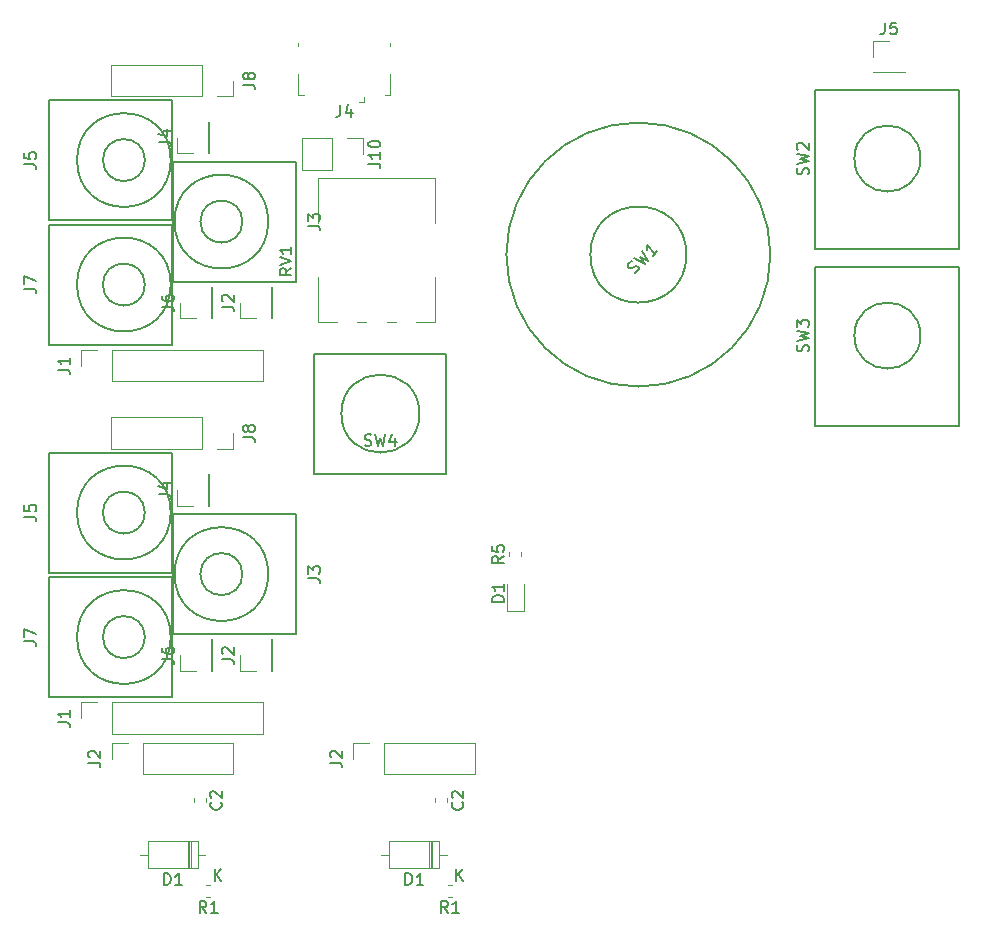
<source format=gto>
G04 #@! TF.GenerationSoftware,KiCad,Pcbnew,(5.0.2)-1*
G04 #@! TF.CreationDate,2019-02-15T13:53:22+00:00*
G04 #@! TF.ProjectId,panel,70616e65-6c2e-46b6-9963-61645f706362,rev?*
G04 #@! TF.SameCoordinates,Original*
G04 #@! TF.FileFunction,Legend,Top*
G04 #@! TF.FilePolarity,Positive*
%FSLAX46Y46*%
G04 Gerber Fmt 4.6, Leading zero omitted, Abs format (unit mm)*
G04 Created by KiCad (PCBNEW (5.0.2)-1) date 15/02/2019 13:53:22*
%MOMM*%
%LPD*%
G01*
G04 APERTURE LIST*
%ADD10C,0.120000*%
%ADD11C,0.150000*%
G04 APERTURE END LIST*
D10*
G04 #@! TO.C,D1*
X117311500Y-97091500D02*
X117311500Y-99376500D01*
X117311500Y-99376500D02*
X118781500Y-99376500D01*
X118781500Y-99376500D02*
X118781500Y-97091500D01*
G04 #@! TO.C,J5*
X148339500Y-53781000D02*
X150999500Y-53781000D01*
X148339500Y-53721000D02*
X148339500Y-53781000D01*
X150999500Y-53721000D02*
X150999500Y-53781000D01*
X148339500Y-53721000D02*
X150999500Y-53721000D01*
X148339500Y-52451000D02*
X148339500Y-51121000D01*
X148339500Y-51121000D02*
X149669500Y-51121000D01*
G04 #@! TO.C,J10*
X99952500Y-59376000D02*
X99952500Y-62036000D01*
X102552500Y-59376000D02*
X99952500Y-59376000D01*
X102552500Y-62036000D02*
X99952500Y-62036000D01*
X102552500Y-59376000D02*
X102552500Y-62036000D01*
X103822500Y-59376000D02*
X105152500Y-59376000D01*
X105152500Y-59376000D02*
X105152500Y-60706000D01*
G04 #@! TO.C,R5*
X118556500Y-94752279D02*
X118556500Y-94426721D01*
X117536500Y-94752279D02*
X117536500Y-94426721D01*
D11*
G04 #@! TO.C,SW1*
X132524500Y-69215000D02*
G75*
G03X132524500Y-69215000I-4064000J0D01*
G01*
X139636499Y-69215000D02*
G75*
G03X139636499Y-69215000I-11175999J0D01*
G01*
G04 #@! TO.C,SW2*
X152336500Y-61087000D02*
G75*
G03X152336500Y-61087000I-2794000J0D01*
G01*
X155638500Y-68707000D02*
X143446500Y-68707000D01*
X155638500Y-55245000D02*
X155638500Y-68707000D01*
X143446500Y-55245000D02*
X155638500Y-55245000D01*
X143446500Y-68707000D02*
X143446500Y-55245000D01*
G04 #@! TO.C,SW3*
X143446500Y-83693000D02*
X143446500Y-70231000D01*
X143446500Y-70231000D02*
X155638500Y-70231000D01*
X155638500Y-70231000D02*
X155638500Y-83693000D01*
X155638500Y-83693000D02*
X143446500Y-83693000D01*
X152336500Y-76073000D02*
G75*
G03X152336500Y-76073000I-2794000J0D01*
G01*
G04 #@! TO.C,SW4*
X112204500Y-87757000D02*
X112204500Y-77597000D01*
X112204500Y-77597000D02*
X101028500Y-77597000D01*
X101028500Y-77597000D02*
X101028500Y-87757000D01*
X101028500Y-87757000D02*
X112204500Y-87757000D01*
X109918500Y-82677000D02*
G75*
G03X109918500Y-82677000I-3302000J0D01*
G01*
D10*
G04 #@! TO.C,J4*
X107468500Y-55737500D02*
X107018500Y-55737500D01*
X107468500Y-53887500D02*
X107468500Y-55737500D01*
X99668500Y-51337500D02*
X99668500Y-51587500D01*
X107468500Y-51337500D02*
X107468500Y-51587500D01*
X99668500Y-53887500D02*
X99668500Y-55737500D01*
X99668500Y-55737500D02*
X100118500Y-55737500D01*
X105268500Y-56287500D02*
X104818500Y-56287500D01*
X105268500Y-56287500D02*
X105268500Y-55837500D01*
G04 #@! TO.C,RV1*
X101305500Y-74939000D02*
X101305500Y-71074000D01*
X101305500Y-66564000D02*
X101305500Y-62699000D01*
X111245500Y-74939000D02*
X111245500Y-71074000D01*
X111245500Y-66564000D02*
X111245500Y-62699000D01*
X101305500Y-74939000D02*
X102904500Y-74939000D01*
X104646500Y-74939000D02*
X105405500Y-74939000D01*
X107146500Y-74939000D02*
X107905500Y-74939000D01*
X109645500Y-74939000D02*
X111245500Y-74939000D01*
X101305500Y-62699000D02*
X111245500Y-62699000D01*
G04 #@! TO.C,D1*
X91147000Y-121135000D02*
X91147000Y-118895000D01*
X91147000Y-118895000D02*
X86907000Y-118895000D01*
X86907000Y-118895000D02*
X86907000Y-121135000D01*
X86907000Y-121135000D02*
X91147000Y-121135000D01*
X91797000Y-120015000D02*
X91147000Y-120015000D01*
X86257000Y-120015000D02*
X86907000Y-120015000D01*
X90427000Y-121135000D02*
X90427000Y-118895000D01*
X90307000Y-121135000D02*
X90307000Y-118895000D01*
X90547000Y-121135000D02*
X90547000Y-118895000D01*
G04 #@! TO.C,C2*
X91823000Y-115254721D02*
X91823000Y-115580279D01*
X90803000Y-115254721D02*
X90803000Y-115580279D01*
G04 #@! TO.C,R1*
X92212279Y-123573000D02*
X91886721Y-123573000D01*
X92212279Y-122553000D02*
X91886721Y-122553000D01*
G04 #@! TO.C,J2*
X86487000Y-113217000D02*
X86487000Y-110557000D01*
X86487000Y-113217000D02*
X94167000Y-113217000D01*
X94167000Y-113217000D02*
X94167000Y-110557000D01*
X86487000Y-110557000D02*
X94167000Y-110557000D01*
X83887000Y-110557000D02*
X85217000Y-110557000D01*
X83887000Y-111887000D02*
X83887000Y-110557000D01*
G04 #@! TO.C,J1*
X83883500Y-79943000D02*
X83883500Y-77283000D01*
X83883500Y-79943000D02*
X96643500Y-79943000D01*
X96643500Y-79943000D02*
X96643500Y-77283000D01*
X83883500Y-77283000D02*
X96643500Y-77283000D01*
X81283500Y-77283000D02*
X82613500Y-77283000D01*
X81283500Y-78613000D02*
X81283500Y-77283000D01*
G04 #@! TO.C,J2*
X97405500Y-74609000D02*
X97405500Y-71949000D01*
X97345500Y-74609000D02*
X97405500Y-74609000D01*
X97345500Y-71949000D02*
X97405500Y-71949000D01*
X97345500Y-74609000D02*
X97345500Y-71949000D01*
X96075500Y-74609000D02*
X94745500Y-74609000D01*
X94745500Y-74609000D02*
X94745500Y-73279000D01*
G04 #@! TO.C,J4*
X92071500Y-60639000D02*
X92071500Y-57979000D01*
X92011500Y-60639000D02*
X92071500Y-60639000D01*
X92011500Y-57979000D02*
X92071500Y-57979000D01*
X92011500Y-60639000D02*
X92011500Y-57979000D01*
X90741500Y-60639000D02*
X89411500Y-60639000D01*
X89411500Y-60639000D02*
X89411500Y-59309000D01*
G04 #@! TO.C,J6*
X89665500Y-74609000D02*
X89665500Y-73279000D01*
X90995500Y-74609000D02*
X89665500Y-74609000D01*
X92265500Y-74609000D02*
X92265500Y-71949000D01*
X92265500Y-71949000D02*
X92325500Y-71949000D01*
X92265500Y-74609000D02*
X92325500Y-74609000D01*
X92325500Y-74609000D02*
X92325500Y-71949000D01*
G04 #@! TO.C,J8*
X91503500Y-53153000D02*
X91503500Y-55813000D01*
X91503500Y-53153000D02*
X83823500Y-53153000D01*
X83823500Y-53153000D02*
X83823500Y-55813000D01*
X91503500Y-55813000D02*
X83823500Y-55813000D01*
X94103500Y-55813000D02*
X92773500Y-55813000D01*
X94103500Y-54483000D02*
X94103500Y-55813000D01*
D11*
G04 #@! TO.C,J7*
X86677500Y-71755000D02*
G75*
G03X86677500Y-71755000I-1778000J0D01*
G01*
X88867107Y-71755000D02*
G75*
G03X88867107Y-71755000I-3967607J0D01*
G01*
X88963500Y-76835000D02*
X78549500Y-76835000D01*
X88963500Y-66675000D02*
X88963500Y-76835000D01*
X78549500Y-66675000D02*
X88963500Y-66675000D01*
X78549500Y-76835000D02*
X78549500Y-66675000D01*
G04 #@! TO.C,J5*
X78549500Y-66294000D02*
X78549500Y-56134000D01*
X78549500Y-56134000D02*
X88963500Y-56134000D01*
X88963500Y-56134000D02*
X88963500Y-66294000D01*
X88963500Y-66294000D02*
X78549500Y-66294000D01*
X88867107Y-61214000D02*
G75*
G03X88867107Y-61214000I-3967607J0D01*
G01*
X86677500Y-61214000D02*
G75*
G03X86677500Y-61214000I-1778000J0D01*
G01*
G04 #@! TO.C,J3*
X99504500Y-61341000D02*
X99504500Y-71501000D01*
X99504500Y-71501000D02*
X89090500Y-71501000D01*
X89090500Y-71501000D02*
X89090500Y-61341000D01*
X89090500Y-61341000D02*
X99504500Y-61341000D01*
X97122107Y-66421000D02*
G75*
G03X97122107Y-66421000I-3967607J0D01*
G01*
X94932500Y-66421000D02*
G75*
G03X94932500Y-66421000I-1778000J0D01*
G01*
D10*
G04 #@! TO.C,J1*
X83883500Y-109788000D02*
X83883500Y-107128000D01*
X83883500Y-109788000D02*
X96643500Y-109788000D01*
X96643500Y-109788000D02*
X96643500Y-107128000D01*
X83883500Y-107128000D02*
X96643500Y-107128000D01*
X81283500Y-107128000D02*
X82613500Y-107128000D01*
X81283500Y-108458000D02*
X81283500Y-107128000D01*
G04 #@! TO.C,J2*
X97405500Y-104454000D02*
X97405500Y-101794000D01*
X97345500Y-104454000D02*
X97405500Y-104454000D01*
X97345500Y-101794000D02*
X97405500Y-101794000D01*
X97345500Y-104454000D02*
X97345500Y-101794000D01*
X96075500Y-104454000D02*
X94745500Y-104454000D01*
X94745500Y-104454000D02*
X94745500Y-103124000D01*
G04 #@! TO.C,J4*
X92071500Y-90484000D02*
X92071500Y-87824000D01*
X92011500Y-90484000D02*
X92071500Y-90484000D01*
X92011500Y-87824000D02*
X92071500Y-87824000D01*
X92011500Y-90484000D02*
X92011500Y-87824000D01*
X90741500Y-90484000D02*
X89411500Y-90484000D01*
X89411500Y-90484000D02*
X89411500Y-89154000D01*
G04 #@! TO.C,J6*
X89665500Y-104454000D02*
X89665500Y-103124000D01*
X90995500Y-104454000D02*
X89665500Y-104454000D01*
X92265500Y-104454000D02*
X92265500Y-101794000D01*
X92265500Y-101794000D02*
X92325500Y-101794000D01*
X92265500Y-104454000D02*
X92325500Y-104454000D01*
X92325500Y-104454000D02*
X92325500Y-101794000D01*
G04 #@! TO.C,J8*
X91503500Y-82998000D02*
X91503500Y-85658000D01*
X91503500Y-82998000D02*
X83823500Y-82998000D01*
X83823500Y-82998000D02*
X83823500Y-85658000D01*
X91503500Y-85658000D02*
X83823500Y-85658000D01*
X94103500Y-85658000D02*
X92773500Y-85658000D01*
X94103500Y-84328000D02*
X94103500Y-85658000D01*
D11*
G04 #@! TO.C,J7*
X86677500Y-101600000D02*
G75*
G03X86677500Y-101600000I-1778000J0D01*
G01*
X88867107Y-101600000D02*
G75*
G03X88867107Y-101600000I-3967607J0D01*
G01*
X88963500Y-106680000D02*
X78549500Y-106680000D01*
X88963500Y-96520000D02*
X88963500Y-106680000D01*
X78549500Y-96520000D02*
X88963500Y-96520000D01*
X78549500Y-106680000D02*
X78549500Y-96520000D01*
G04 #@! TO.C,J5*
X78549500Y-96139000D02*
X78549500Y-85979000D01*
X78549500Y-85979000D02*
X88963500Y-85979000D01*
X88963500Y-85979000D02*
X88963500Y-96139000D01*
X88963500Y-96139000D02*
X78549500Y-96139000D01*
X88867107Y-91059000D02*
G75*
G03X88867107Y-91059000I-3967607J0D01*
G01*
X86677500Y-91059000D02*
G75*
G03X86677500Y-91059000I-1778000J0D01*
G01*
G04 #@! TO.C,J3*
X99504500Y-91186000D02*
X99504500Y-101346000D01*
X99504500Y-101346000D02*
X89090500Y-101346000D01*
X89090500Y-101346000D02*
X89090500Y-91186000D01*
X89090500Y-91186000D02*
X99504500Y-91186000D01*
X97122107Y-96266000D02*
G75*
G03X97122107Y-96266000I-3967607J0D01*
G01*
X94932500Y-96266000D02*
G75*
G03X94932500Y-96266000I-1778000J0D01*
G01*
D10*
G04 #@! TO.C,D1*
X111594000Y-121135000D02*
X111594000Y-118895000D01*
X111594000Y-118895000D02*
X107354000Y-118895000D01*
X107354000Y-118895000D02*
X107354000Y-121135000D01*
X107354000Y-121135000D02*
X111594000Y-121135000D01*
X112244000Y-120015000D02*
X111594000Y-120015000D01*
X106704000Y-120015000D02*
X107354000Y-120015000D01*
X110874000Y-121135000D02*
X110874000Y-118895000D01*
X110754000Y-121135000D02*
X110754000Y-118895000D01*
X110994000Y-121135000D02*
X110994000Y-118895000D01*
G04 #@! TO.C,C2*
X112270000Y-115254721D02*
X112270000Y-115580279D01*
X111250000Y-115254721D02*
X111250000Y-115580279D01*
G04 #@! TO.C,R1*
X112659279Y-123573000D02*
X112333721Y-123573000D01*
X112659279Y-122553000D02*
X112333721Y-122553000D01*
G04 #@! TO.C,J2*
X106934000Y-113217000D02*
X106934000Y-110557000D01*
X106934000Y-113217000D02*
X114614000Y-113217000D01*
X114614000Y-113217000D02*
X114614000Y-110557000D01*
X106934000Y-110557000D02*
X114614000Y-110557000D01*
X104334000Y-110557000D02*
X105664000Y-110557000D01*
X104334000Y-111887000D02*
X104334000Y-110557000D01*
G04 #@! TO.C,D1*
D11*
X117068880Y-98629595D02*
X116068880Y-98629595D01*
X116068880Y-98391500D01*
X116116500Y-98248642D01*
X116211738Y-98153404D01*
X116306976Y-98105785D01*
X116497452Y-98058166D01*
X116640309Y-98058166D01*
X116830785Y-98105785D01*
X116926023Y-98153404D01*
X117021261Y-98248642D01*
X117068880Y-98391500D01*
X117068880Y-98629595D01*
X117068880Y-97105785D02*
X117068880Y-97677214D01*
X117068880Y-97391500D02*
X116068880Y-97391500D01*
X116211738Y-97486738D01*
X116306976Y-97581976D01*
X116354595Y-97677214D01*
G04 #@! TO.C,J5*
X149336166Y-49573380D02*
X149336166Y-50287666D01*
X149288547Y-50430523D01*
X149193309Y-50525761D01*
X149050452Y-50573380D01*
X148955214Y-50573380D01*
X150288547Y-49573380D02*
X149812357Y-49573380D01*
X149764738Y-50049571D01*
X149812357Y-50001952D01*
X149907595Y-49954333D01*
X150145690Y-49954333D01*
X150240928Y-50001952D01*
X150288547Y-50049571D01*
X150336166Y-50144809D01*
X150336166Y-50382904D01*
X150288547Y-50478142D01*
X150240928Y-50525761D01*
X150145690Y-50573380D01*
X149907595Y-50573380D01*
X149812357Y-50525761D01*
X149764738Y-50478142D01*
G04 #@! TO.C,J10*
X105604880Y-61515523D02*
X106319166Y-61515523D01*
X106462023Y-61563142D01*
X106557261Y-61658380D01*
X106604880Y-61801238D01*
X106604880Y-61896476D01*
X106604880Y-60515523D02*
X106604880Y-61086952D01*
X106604880Y-60801238D02*
X105604880Y-60801238D01*
X105747738Y-60896476D01*
X105842976Y-60991714D01*
X105890595Y-61086952D01*
X105604880Y-59896476D02*
X105604880Y-59801238D01*
X105652500Y-59706000D01*
X105700119Y-59658380D01*
X105795357Y-59610761D01*
X105985833Y-59563142D01*
X106223928Y-59563142D01*
X106414404Y-59610761D01*
X106509642Y-59658380D01*
X106557261Y-59706000D01*
X106604880Y-59801238D01*
X106604880Y-59896476D01*
X106557261Y-59991714D01*
X106509642Y-60039333D01*
X106414404Y-60086952D01*
X106223928Y-60134571D01*
X105985833Y-60134571D01*
X105795357Y-60086952D01*
X105700119Y-60039333D01*
X105652500Y-59991714D01*
X105604880Y-59896476D01*
G04 #@! TO.C,R5*
X117068880Y-94756166D02*
X116592690Y-95089500D01*
X117068880Y-95327595D02*
X116068880Y-95327595D01*
X116068880Y-94946642D01*
X116116500Y-94851404D01*
X116164119Y-94803785D01*
X116259357Y-94756166D01*
X116402214Y-94756166D01*
X116497452Y-94803785D01*
X116545071Y-94851404D01*
X116592690Y-94946642D01*
X116592690Y-95327595D01*
X116068880Y-93851404D02*
X116068880Y-94327595D01*
X116545071Y-94375214D01*
X116497452Y-94327595D01*
X116449833Y-94232357D01*
X116449833Y-93994261D01*
X116497452Y-93899023D01*
X116545071Y-93851404D01*
X116640309Y-93803785D01*
X116878404Y-93803785D01*
X116973642Y-93851404D01*
X117021261Y-93899023D01*
X117068880Y-93994261D01*
X117068880Y-94232357D01*
X117021261Y-94327595D01*
X116973642Y-94375214D01*
G04 #@! TO.C,SW1*
X128157453Y-70797571D02*
X128292140Y-70730228D01*
X128460499Y-70561869D01*
X128494171Y-70460854D01*
X128494171Y-70393510D01*
X128460499Y-70292495D01*
X128393156Y-70225152D01*
X128292140Y-70191480D01*
X128224797Y-70191480D01*
X128123782Y-70225152D01*
X127955423Y-70326167D01*
X127854408Y-70359839D01*
X127787064Y-70359839D01*
X127686049Y-70326167D01*
X127618705Y-70258823D01*
X127585034Y-70157808D01*
X127585034Y-70090465D01*
X127618705Y-69989449D01*
X127787064Y-69821091D01*
X127921751Y-69753747D01*
X128123782Y-69484373D02*
X128999247Y-70023121D01*
X128628858Y-69383358D01*
X129268621Y-69753747D01*
X128729873Y-68878282D01*
X130076743Y-68945625D02*
X129672682Y-69349686D01*
X129874713Y-69147656D02*
X129167606Y-68440549D01*
X129201278Y-68608908D01*
X129201278Y-68743595D01*
X129167606Y-68844610D01*
G04 #@! TO.C,SW2*
X142827261Y-62420333D02*
X142874880Y-62277476D01*
X142874880Y-62039380D01*
X142827261Y-61944142D01*
X142779642Y-61896523D01*
X142684404Y-61848904D01*
X142589166Y-61848904D01*
X142493928Y-61896523D01*
X142446309Y-61944142D01*
X142398690Y-62039380D01*
X142351071Y-62229857D01*
X142303452Y-62325095D01*
X142255833Y-62372714D01*
X142160595Y-62420333D01*
X142065357Y-62420333D01*
X141970119Y-62372714D01*
X141922500Y-62325095D01*
X141874880Y-62229857D01*
X141874880Y-61991761D01*
X141922500Y-61848904D01*
X141874880Y-61515571D02*
X142874880Y-61277476D01*
X142160595Y-61087000D01*
X142874880Y-60896523D01*
X141874880Y-60658428D01*
X141970119Y-60325095D02*
X141922500Y-60277476D01*
X141874880Y-60182238D01*
X141874880Y-59944142D01*
X141922500Y-59848904D01*
X141970119Y-59801285D01*
X142065357Y-59753666D01*
X142160595Y-59753666D01*
X142303452Y-59801285D01*
X142874880Y-60372714D01*
X142874880Y-59753666D01*
G04 #@! TO.C,SW3*
X142827261Y-77406333D02*
X142874880Y-77263476D01*
X142874880Y-77025380D01*
X142827261Y-76930142D01*
X142779642Y-76882523D01*
X142684404Y-76834904D01*
X142589166Y-76834904D01*
X142493928Y-76882523D01*
X142446309Y-76930142D01*
X142398690Y-77025380D01*
X142351071Y-77215857D01*
X142303452Y-77311095D01*
X142255833Y-77358714D01*
X142160595Y-77406333D01*
X142065357Y-77406333D01*
X141970119Y-77358714D01*
X141922500Y-77311095D01*
X141874880Y-77215857D01*
X141874880Y-76977761D01*
X141922500Y-76834904D01*
X141874880Y-76501571D02*
X142874880Y-76263476D01*
X142160595Y-76073000D01*
X142874880Y-75882523D01*
X141874880Y-75644428D01*
X141874880Y-75358714D02*
X141874880Y-74739666D01*
X142255833Y-75073000D01*
X142255833Y-74930142D01*
X142303452Y-74834904D01*
X142351071Y-74787285D01*
X142446309Y-74739666D01*
X142684404Y-74739666D01*
X142779642Y-74787285D01*
X142827261Y-74834904D01*
X142874880Y-74930142D01*
X142874880Y-75215857D01*
X142827261Y-75311095D01*
X142779642Y-75358714D01*
G04 #@! TO.C,SW4*
X105283166Y-85375761D02*
X105426023Y-85423380D01*
X105664119Y-85423380D01*
X105759357Y-85375761D01*
X105806976Y-85328142D01*
X105854595Y-85232904D01*
X105854595Y-85137666D01*
X105806976Y-85042428D01*
X105759357Y-84994809D01*
X105664119Y-84947190D01*
X105473642Y-84899571D01*
X105378404Y-84851952D01*
X105330785Y-84804333D01*
X105283166Y-84709095D01*
X105283166Y-84613857D01*
X105330785Y-84518619D01*
X105378404Y-84471000D01*
X105473642Y-84423380D01*
X105711738Y-84423380D01*
X105854595Y-84471000D01*
X106187928Y-84423380D02*
X106426023Y-85423380D01*
X106616500Y-84709095D01*
X106806976Y-85423380D01*
X107045071Y-84423380D01*
X107854595Y-84756714D02*
X107854595Y-85423380D01*
X107616500Y-84375761D02*
X107378404Y-85090047D01*
X107997452Y-85090047D01*
G04 #@! TO.C,J4*
X103235166Y-56539880D02*
X103235166Y-57254166D01*
X103187547Y-57397023D01*
X103092309Y-57492261D01*
X102949452Y-57539880D01*
X102854214Y-57539880D01*
X104139928Y-56873214D02*
X104139928Y-57539880D01*
X103901833Y-56492261D02*
X103663738Y-57206547D01*
X104282785Y-57206547D01*
G04 #@! TO.C,RV1*
X99077880Y-70364238D02*
X98601690Y-70697571D01*
X99077880Y-70935666D02*
X98077880Y-70935666D01*
X98077880Y-70554714D01*
X98125500Y-70459476D01*
X98173119Y-70411857D01*
X98268357Y-70364238D01*
X98411214Y-70364238D01*
X98506452Y-70411857D01*
X98554071Y-70459476D01*
X98601690Y-70554714D01*
X98601690Y-70935666D01*
X98077880Y-70078523D02*
X99077880Y-69745190D01*
X98077880Y-69411857D01*
X99077880Y-68554714D02*
X99077880Y-69126142D01*
X99077880Y-68840428D02*
X98077880Y-68840428D01*
X98220738Y-68935666D01*
X98315976Y-69030904D01*
X98363595Y-69126142D01*
G04 #@! TO.C,D1*
X88288904Y-122587380D02*
X88288904Y-121587380D01*
X88527000Y-121587380D01*
X88669857Y-121635000D01*
X88765095Y-121730238D01*
X88812714Y-121825476D01*
X88860333Y-122015952D01*
X88860333Y-122158809D01*
X88812714Y-122349285D01*
X88765095Y-122444523D01*
X88669857Y-122539761D01*
X88527000Y-122587380D01*
X88288904Y-122587380D01*
X89812714Y-122587380D02*
X89241285Y-122587380D01*
X89527000Y-122587380D02*
X89527000Y-121587380D01*
X89431761Y-121730238D01*
X89336523Y-121825476D01*
X89241285Y-121873095D01*
X92575095Y-122267380D02*
X92575095Y-121267380D01*
X93146523Y-122267380D02*
X92717952Y-121695952D01*
X93146523Y-121267380D02*
X92575095Y-121838809D01*
G04 #@! TO.C,C2*
X93100142Y-115584166D02*
X93147761Y-115631785D01*
X93195380Y-115774642D01*
X93195380Y-115869880D01*
X93147761Y-116012738D01*
X93052523Y-116107976D01*
X92957285Y-116155595D01*
X92766809Y-116203214D01*
X92623952Y-116203214D01*
X92433476Y-116155595D01*
X92338238Y-116107976D01*
X92243000Y-116012738D01*
X92195380Y-115869880D01*
X92195380Y-115774642D01*
X92243000Y-115631785D01*
X92290619Y-115584166D01*
X92290619Y-115203214D02*
X92243000Y-115155595D01*
X92195380Y-115060357D01*
X92195380Y-114822261D01*
X92243000Y-114727023D01*
X92290619Y-114679404D01*
X92385857Y-114631785D01*
X92481095Y-114631785D01*
X92623952Y-114679404D01*
X93195380Y-115250833D01*
X93195380Y-114631785D01*
G04 #@! TO.C,R1*
X91882833Y-124945380D02*
X91549500Y-124469190D01*
X91311404Y-124945380D02*
X91311404Y-123945380D01*
X91692357Y-123945380D01*
X91787595Y-123993000D01*
X91835214Y-124040619D01*
X91882833Y-124135857D01*
X91882833Y-124278714D01*
X91835214Y-124373952D01*
X91787595Y-124421571D01*
X91692357Y-124469190D01*
X91311404Y-124469190D01*
X92835214Y-124945380D02*
X92263785Y-124945380D01*
X92549500Y-124945380D02*
X92549500Y-123945380D01*
X92454261Y-124088238D01*
X92359023Y-124183476D01*
X92263785Y-124231095D01*
G04 #@! TO.C,J2*
X81899380Y-112220333D02*
X82613666Y-112220333D01*
X82756523Y-112267952D01*
X82851761Y-112363190D01*
X82899380Y-112506047D01*
X82899380Y-112601285D01*
X81994619Y-111791761D02*
X81947000Y-111744142D01*
X81899380Y-111648904D01*
X81899380Y-111410809D01*
X81947000Y-111315571D01*
X81994619Y-111267952D01*
X82089857Y-111220333D01*
X82185095Y-111220333D01*
X82327952Y-111267952D01*
X82899380Y-111839380D01*
X82899380Y-111220333D01*
G04 #@! TO.C,J1*
X79295880Y-78946333D02*
X80010166Y-78946333D01*
X80153023Y-78993952D01*
X80248261Y-79089190D01*
X80295880Y-79232047D01*
X80295880Y-79327285D01*
X80295880Y-77946333D02*
X80295880Y-78517761D01*
X80295880Y-78232047D02*
X79295880Y-78232047D01*
X79438738Y-78327285D01*
X79533976Y-78422523D01*
X79581595Y-78517761D01*
G04 #@! TO.C,J2*
X93197880Y-73612333D02*
X93912166Y-73612333D01*
X94055023Y-73659952D01*
X94150261Y-73755190D01*
X94197880Y-73898047D01*
X94197880Y-73993285D01*
X93293119Y-73183761D02*
X93245500Y-73136142D01*
X93197880Y-73040904D01*
X93197880Y-72802809D01*
X93245500Y-72707571D01*
X93293119Y-72659952D01*
X93388357Y-72612333D01*
X93483595Y-72612333D01*
X93626452Y-72659952D01*
X94197880Y-73231380D01*
X94197880Y-72612333D01*
G04 #@! TO.C,J4*
X87863880Y-59642333D02*
X88578166Y-59642333D01*
X88721023Y-59689952D01*
X88816261Y-59785190D01*
X88863880Y-59928047D01*
X88863880Y-60023285D01*
X88197214Y-58737571D02*
X88863880Y-58737571D01*
X87816261Y-58975666D02*
X88530547Y-59213761D01*
X88530547Y-58594714D01*
G04 #@! TO.C,J6*
X88117880Y-73612333D02*
X88832166Y-73612333D01*
X88975023Y-73659952D01*
X89070261Y-73755190D01*
X89117880Y-73898047D01*
X89117880Y-73993285D01*
X88117880Y-72707571D02*
X88117880Y-72898047D01*
X88165500Y-72993285D01*
X88213119Y-73040904D01*
X88355976Y-73136142D01*
X88546452Y-73183761D01*
X88927404Y-73183761D01*
X89022642Y-73136142D01*
X89070261Y-73088523D01*
X89117880Y-72993285D01*
X89117880Y-72802809D01*
X89070261Y-72707571D01*
X89022642Y-72659952D01*
X88927404Y-72612333D01*
X88689309Y-72612333D01*
X88594071Y-72659952D01*
X88546452Y-72707571D01*
X88498833Y-72802809D01*
X88498833Y-72993285D01*
X88546452Y-73088523D01*
X88594071Y-73136142D01*
X88689309Y-73183761D01*
G04 #@! TO.C,J8*
X94995880Y-54816333D02*
X95710166Y-54816333D01*
X95853023Y-54863952D01*
X95948261Y-54959190D01*
X95995880Y-55102047D01*
X95995880Y-55197285D01*
X95424452Y-54197285D02*
X95376833Y-54292523D01*
X95329214Y-54340142D01*
X95233976Y-54387761D01*
X95186357Y-54387761D01*
X95091119Y-54340142D01*
X95043500Y-54292523D01*
X94995880Y-54197285D01*
X94995880Y-54006809D01*
X95043500Y-53911571D01*
X95091119Y-53863952D01*
X95186357Y-53816333D01*
X95233976Y-53816333D01*
X95329214Y-53863952D01*
X95376833Y-53911571D01*
X95424452Y-54006809D01*
X95424452Y-54197285D01*
X95472071Y-54292523D01*
X95519690Y-54340142D01*
X95614928Y-54387761D01*
X95805404Y-54387761D01*
X95900642Y-54340142D01*
X95948261Y-54292523D01*
X95995880Y-54197285D01*
X95995880Y-54006809D01*
X95948261Y-53911571D01*
X95900642Y-53863952D01*
X95805404Y-53816333D01*
X95614928Y-53816333D01*
X95519690Y-53863952D01*
X95472071Y-53911571D01*
X95424452Y-54006809D01*
G04 #@! TO.C,J7*
X76469880Y-72088333D02*
X77184166Y-72088333D01*
X77327023Y-72135952D01*
X77422261Y-72231190D01*
X77469880Y-72374047D01*
X77469880Y-72469285D01*
X76469880Y-71707380D02*
X76469880Y-71040714D01*
X77469880Y-71469285D01*
G04 #@! TO.C,J5*
X76469880Y-61547333D02*
X77184166Y-61547333D01*
X77327023Y-61594952D01*
X77422261Y-61690190D01*
X77469880Y-61833047D01*
X77469880Y-61928285D01*
X76469880Y-60594952D02*
X76469880Y-61071142D01*
X76946071Y-61118761D01*
X76898452Y-61071142D01*
X76850833Y-60975904D01*
X76850833Y-60737809D01*
X76898452Y-60642571D01*
X76946071Y-60594952D01*
X77041309Y-60547333D01*
X77279404Y-60547333D01*
X77374642Y-60594952D01*
X77422261Y-60642571D01*
X77469880Y-60737809D01*
X77469880Y-60975904D01*
X77422261Y-61071142D01*
X77374642Y-61118761D01*
G04 #@! TO.C,J3*
X100488880Y-66754333D02*
X101203166Y-66754333D01*
X101346023Y-66801952D01*
X101441261Y-66897190D01*
X101488880Y-67040047D01*
X101488880Y-67135285D01*
X100488880Y-66373380D02*
X100488880Y-65754333D01*
X100869833Y-66087666D01*
X100869833Y-65944809D01*
X100917452Y-65849571D01*
X100965071Y-65801952D01*
X101060309Y-65754333D01*
X101298404Y-65754333D01*
X101393642Y-65801952D01*
X101441261Y-65849571D01*
X101488880Y-65944809D01*
X101488880Y-66230523D01*
X101441261Y-66325761D01*
X101393642Y-66373380D01*
G04 #@! TO.C,J1*
X79295880Y-108791333D02*
X80010166Y-108791333D01*
X80153023Y-108838952D01*
X80248261Y-108934190D01*
X80295880Y-109077047D01*
X80295880Y-109172285D01*
X80295880Y-107791333D02*
X80295880Y-108362761D01*
X80295880Y-108077047D02*
X79295880Y-108077047D01*
X79438738Y-108172285D01*
X79533976Y-108267523D01*
X79581595Y-108362761D01*
G04 #@! TO.C,J2*
X93197880Y-103457333D02*
X93912166Y-103457333D01*
X94055023Y-103504952D01*
X94150261Y-103600190D01*
X94197880Y-103743047D01*
X94197880Y-103838285D01*
X93293119Y-103028761D02*
X93245500Y-102981142D01*
X93197880Y-102885904D01*
X93197880Y-102647809D01*
X93245500Y-102552571D01*
X93293119Y-102504952D01*
X93388357Y-102457333D01*
X93483595Y-102457333D01*
X93626452Y-102504952D01*
X94197880Y-103076380D01*
X94197880Y-102457333D01*
G04 #@! TO.C,J4*
X87863880Y-89487333D02*
X88578166Y-89487333D01*
X88721023Y-89534952D01*
X88816261Y-89630190D01*
X88863880Y-89773047D01*
X88863880Y-89868285D01*
X88197214Y-88582571D02*
X88863880Y-88582571D01*
X87816261Y-88820666D02*
X88530547Y-89058761D01*
X88530547Y-88439714D01*
G04 #@! TO.C,J6*
X88117880Y-103457333D02*
X88832166Y-103457333D01*
X88975023Y-103504952D01*
X89070261Y-103600190D01*
X89117880Y-103743047D01*
X89117880Y-103838285D01*
X88117880Y-102552571D02*
X88117880Y-102743047D01*
X88165500Y-102838285D01*
X88213119Y-102885904D01*
X88355976Y-102981142D01*
X88546452Y-103028761D01*
X88927404Y-103028761D01*
X89022642Y-102981142D01*
X89070261Y-102933523D01*
X89117880Y-102838285D01*
X89117880Y-102647809D01*
X89070261Y-102552571D01*
X89022642Y-102504952D01*
X88927404Y-102457333D01*
X88689309Y-102457333D01*
X88594071Y-102504952D01*
X88546452Y-102552571D01*
X88498833Y-102647809D01*
X88498833Y-102838285D01*
X88546452Y-102933523D01*
X88594071Y-102981142D01*
X88689309Y-103028761D01*
G04 #@! TO.C,J8*
X94995880Y-84661333D02*
X95710166Y-84661333D01*
X95853023Y-84708952D01*
X95948261Y-84804190D01*
X95995880Y-84947047D01*
X95995880Y-85042285D01*
X95424452Y-84042285D02*
X95376833Y-84137523D01*
X95329214Y-84185142D01*
X95233976Y-84232761D01*
X95186357Y-84232761D01*
X95091119Y-84185142D01*
X95043500Y-84137523D01*
X94995880Y-84042285D01*
X94995880Y-83851809D01*
X95043500Y-83756571D01*
X95091119Y-83708952D01*
X95186357Y-83661333D01*
X95233976Y-83661333D01*
X95329214Y-83708952D01*
X95376833Y-83756571D01*
X95424452Y-83851809D01*
X95424452Y-84042285D01*
X95472071Y-84137523D01*
X95519690Y-84185142D01*
X95614928Y-84232761D01*
X95805404Y-84232761D01*
X95900642Y-84185142D01*
X95948261Y-84137523D01*
X95995880Y-84042285D01*
X95995880Y-83851809D01*
X95948261Y-83756571D01*
X95900642Y-83708952D01*
X95805404Y-83661333D01*
X95614928Y-83661333D01*
X95519690Y-83708952D01*
X95472071Y-83756571D01*
X95424452Y-83851809D01*
G04 #@! TO.C,J7*
X76469880Y-101933333D02*
X77184166Y-101933333D01*
X77327023Y-101980952D01*
X77422261Y-102076190D01*
X77469880Y-102219047D01*
X77469880Y-102314285D01*
X76469880Y-101552380D02*
X76469880Y-100885714D01*
X77469880Y-101314285D01*
G04 #@! TO.C,J5*
X76469880Y-91392333D02*
X77184166Y-91392333D01*
X77327023Y-91439952D01*
X77422261Y-91535190D01*
X77469880Y-91678047D01*
X77469880Y-91773285D01*
X76469880Y-90439952D02*
X76469880Y-90916142D01*
X76946071Y-90963761D01*
X76898452Y-90916142D01*
X76850833Y-90820904D01*
X76850833Y-90582809D01*
X76898452Y-90487571D01*
X76946071Y-90439952D01*
X77041309Y-90392333D01*
X77279404Y-90392333D01*
X77374642Y-90439952D01*
X77422261Y-90487571D01*
X77469880Y-90582809D01*
X77469880Y-90820904D01*
X77422261Y-90916142D01*
X77374642Y-90963761D01*
G04 #@! TO.C,J3*
X100488880Y-96599333D02*
X101203166Y-96599333D01*
X101346023Y-96646952D01*
X101441261Y-96742190D01*
X101488880Y-96885047D01*
X101488880Y-96980285D01*
X100488880Y-96218380D02*
X100488880Y-95599333D01*
X100869833Y-95932666D01*
X100869833Y-95789809D01*
X100917452Y-95694571D01*
X100965071Y-95646952D01*
X101060309Y-95599333D01*
X101298404Y-95599333D01*
X101393642Y-95646952D01*
X101441261Y-95694571D01*
X101488880Y-95789809D01*
X101488880Y-96075523D01*
X101441261Y-96170761D01*
X101393642Y-96218380D01*
G04 #@! TO.C,D1*
X108735904Y-122587380D02*
X108735904Y-121587380D01*
X108974000Y-121587380D01*
X109116857Y-121635000D01*
X109212095Y-121730238D01*
X109259714Y-121825476D01*
X109307333Y-122015952D01*
X109307333Y-122158809D01*
X109259714Y-122349285D01*
X109212095Y-122444523D01*
X109116857Y-122539761D01*
X108974000Y-122587380D01*
X108735904Y-122587380D01*
X110259714Y-122587380D02*
X109688285Y-122587380D01*
X109974000Y-122587380D02*
X109974000Y-121587380D01*
X109878761Y-121730238D01*
X109783523Y-121825476D01*
X109688285Y-121873095D01*
X113022095Y-122267380D02*
X113022095Y-121267380D01*
X113593523Y-122267380D02*
X113164952Y-121695952D01*
X113593523Y-121267380D02*
X113022095Y-121838809D01*
G04 #@! TO.C,C2*
X113547142Y-115584166D02*
X113594761Y-115631785D01*
X113642380Y-115774642D01*
X113642380Y-115869880D01*
X113594761Y-116012738D01*
X113499523Y-116107976D01*
X113404285Y-116155595D01*
X113213809Y-116203214D01*
X113070952Y-116203214D01*
X112880476Y-116155595D01*
X112785238Y-116107976D01*
X112690000Y-116012738D01*
X112642380Y-115869880D01*
X112642380Y-115774642D01*
X112690000Y-115631785D01*
X112737619Y-115584166D01*
X112737619Y-115203214D02*
X112690000Y-115155595D01*
X112642380Y-115060357D01*
X112642380Y-114822261D01*
X112690000Y-114727023D01*
X112737619Y-114679404D01*
X112832857Y-114631785D01*
X112928095Y-114631785D01*
X113070952Y-114679404D01*
X113642380Y-115250833D01*
X113642380Y-114631785D01*
G04 #@! TO.C,R1*
X112329833Y-124945380D02*
X111996500Y-124469190D01*
X111758404Y-124945380D02*
X111758404Y-123945380D01*
X112139357Y-123945380D01*
X112234595Y-123993000D01*
X112282214Y-124040619D01*
X112329833Y-124135857D01*
X112329833Y-124278714D01*
X112282214Y-124373952D01*
X112234595Y-124421571D01*
X112139357Y-124469190D01*
X111758404Y-124469190D01*
X113282214Y-124945380D02*
X112710785Y-124945380D01*
X112996500Y-124945380D02*
X112996500Y-123945380D01*
X112901261Y-124088238D01*
X112806023Y-124183476D01*
X112710785Y-124231095D01*
G04 #@! TO.C,J2*
X102346380Y-112220333D02*
X103060666Y-112220333D01*
X103203523Y-112267952D01*
X103298761Y-112363190D01*
X103346380Y-112506047D01*
X103346380Y-112601285D01*
X102441619Y-111791761D02*
X102394000Y-111744142D01*
X102346380Y-111648904D01*
X102346380Y-111410809D01*
X102394000Y-111315571D01*
X102441619Y-111267952D01*
X102536857Y-111220333D01*
X102632095Y-111220333D01*
X102774952Y-111267952D01*
X103346380Y-111839380D01*
X103346380Y-111220333D01*
G04 #@! TD*
M02*

</source>
